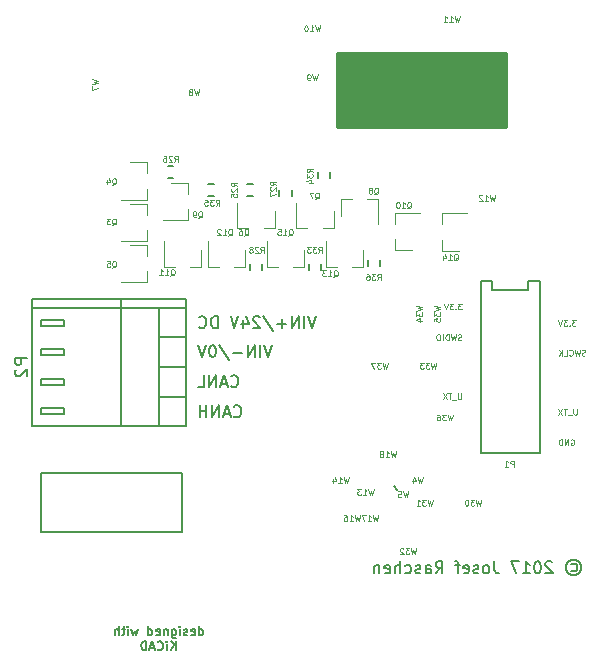
<source format=gbr>
G04 #@! TF.GenerationSoftware,KiCad,Pcbnew,no-vcs-found-7433~57~ubuntu16.10.1*
G04 #@! TF.CreationDate,2017-01-11T21:44:38+01:00*
G04 #@! TF.ProjectId,can-node,63616E2D6E6F64652E6B696361645F70,rev?*
G04 #@! TF.FileFunction,Legend,Bot*
G04 #@! TF.FilePolarity,Positive*
%FSLAX46Y46*%
G04 Gerber Fmt 4.6, Leading zero omitted, Abs format (unit mm)*
G04 Created by KiCad (PCBNEW no-vcs-found-7433~57~ubuntu16.10.1) date Wed Jan 11 21:44:38 2017*
%MOMM*%
%LPD*%
G01*
G04 APERTURE LIST*
%ADD10C,0.100000*%
%ADD11C,0.200000*%
%ADD12C,0.150000*%
%ADD13C,0.120000*%
%ADD14C,0.254000*%
G04 APERTURE END LIST*
D10*
X158615952Y-97226190D02*
X158615952Y-97630952D01*
X158592142Y-97678571D01*
X158568333Y-97702380D01*
X158520714Y-97726190D01*
X158425476Y-97726190D01*
X158377857Y-97702380D01*
X158354047Y-97678571D01*
X158330238Y-97630952D01*
X158330238Y-97226190D01*
X158211190Y-97773809D02*
X157830238Y-97773809D01*
X157782619Y-97226190D02*
X157496904Y-97226190D01*
X157639761Y-97726190D02*
X157639761Y-97226190D01*
X157377857Y-97226190D02*
X157044523Y-97726190D01*
X157044523Y-97226190D02*
X157377857Y-97726190D01*
D11*
X135000000Y-104000000D02*
X123000000Y-104000000D01*
X123000000Y-109000000D02*
X135000000Y-109000000D01*
X123000000Y-104000000D02*
X123000000Y-109000000D01*
X135000000Y-108900000D02*
X135000000Y-104000000D01*
X153200000Y-105400000D02*
X152900000Y-105100000D01*
D10*
X158639761Y-92702380D02*
X158568333Y-92726190D01*
X158449285Y-92726190D01*
X158401666Y-92702380D01*
X158377857Y-92678571D01*
X158354047Y-92630952D01*
X158354047Y-92583333D01*
X158377857Y-92535714D01*
X158401666Y-92511904D01*
X158449285Y-92488095D01*
X158544523Y-92464285D01*
X158592142Y-92440476D01*
X158615952Y-92416666D01*
X158639761Y-92369047D01*
X158639761Y-92321428D01*
X158615952Y-92273809D01*
X158592142Y-92250000D01*
X158544523Y-92226190D01*
X158425476Y-92226190D01*
X158354047Y-92250000D01*
X158187380Y-92226190D02*
X158068333Y-92726190D01*
X157973095Y-92369047D01*
X157877857Y-92726190D01*
X157758809Y-92226190D01*
X157568333Y-92726190D02*
X157568333Y-92226190D01*
X157449285Y-92226190D01*
X157377857Y-92250000D01*
X157330238Y-92297619D01*
X157306428Y-92345238D01*
X157282619Y-92440476D01*
X157282619Y-92511904D01*
X157306428Y-92607142D01*
X157330238Y-92654761D01*
X157377857Y-92702380D01*
X157449285Y-92726190D01*
X157568333Y-92726190D01*
X157068333Y-92726190D02*
X157068333Y-92226190D01*
X156735000Y-92226190D02*
X156639761Y-92226190D01*
X156592142Y-92250000D01*
X156544523Y-92297619D01*
X156520714Y-92392857D01*
X156520714Y-92559523D01*
X156544523Y-92654761D01*
X156592142Y-92702380D01*
X156639761Y-92726190D01*
X156735000Y-92726190D01*
X156782619Y-92702380D01*
X156830238Y-92654761D01*
X156854047Y-92559523D01*
X156854047Y-92392857D01*
X156830238Y-92297619D01*
X156782619Y-92250000D01*
X156735000Y-92226190D01*
X158663571Y-89626190D02*
X158354047Y-89626190D01*
X158520714Y-89816666D01*
X158449285Y-89816666D01*
X158401666Y-89840476D01*
X158377857Y-89864285D01*
X158354047Y-89911904D01*
X158354047Y-90030952D01*
X158377857Y-90078571D01*
X158401666Y-90102380D01*
X158449285Y-90126190D01*
X158592142Y-90126190D01*
X158639761Y-90102380D01*
X158663571Y-90078571D01*
X158139761Y-90078571D02*
X158115952Y-90102380D01*
X158139761Y-90126190D01*
X158163571Y-90102380D01*
X158139761Y-90078571D01*
X158139761Y-90126190D01*
X157949285Y-89626190D02*
X157639761Y-89626190D01*
X157806428Y-89816666D01*
X157735000Y-89816666D01*
X157687380Y-89840476D01*
X157663571Y-89864285D01*
X157639761Y-89911904D01*
X157639761Y-90030952D01*
X157663571Y-90078571D01*
X157687380Y-90102380D01*
X157735000Y-90126190D01*
X157877857Y-90126190D01*
X157925476Y-90102380D01*
X157949285Y-90078571D01*
X157496904Y-89626190D02*
X157330238Y-90126190D01*
X157163571Y-89626190D01*
X167907857Y-101150000D02*
X167955476Y-101126190D01*
X168026904Y-101126190D01*
X168098333Y-101150000D01*
X168145952Y-101197619D01*
X168169761Y-101245238D01*
X168193571Y-101340476D01*
X168193571Y-101411904D01*
X168169761Y-101507142D01*
X168145952Y-101554761D01*
X168098333Y-101602380D01*
X168026904Y-101626190D01*
X167979285Y-101626190D01*
X167907857Y-101602380D01*
X167884047Y-101578571D01*
X167884047Y-101411904D01*
X167979285Y-101411904D01*
X167669761Y-101626190D02*
X167669761Y-101126190D01*
X167384047Y-101626190D01*
X167384047Y-101126190D01*
X167145952Y-101626190D02*
X167145952Y-101126190D01*
X167026904Y-101126190D01*
X166955476Y-101150000D01*
X166907857Y-101197619D01*
X166884047Y-101245238D01*
X166860238Y-101340476D01*
X166860238Y-101411904D01*
X166884047Y-101507142D01*
X166907857Y-101554761D01*
X166955476Y-101602380D01*
X167026904Y-101626190D01*
X167145952Y-101626190D01*
X168407857Y-98526190D02*
X168407857Y-98930952D01*
X168384047Y-98978571D01*
X168360238Y-99002380D01*
X168312619Y-99026190D01*
X168217380Y-99026190D01*
X168169761Y-99002380D01*
X168145952Y-98978571D01*
X168122142Y-98930952D01*
X168122142Y-98526190D01*
X168003095Y-99073809D02*
X167622142Y-99073809D01*
X167574523Y-98526190D02*
X167288809Y-98526190D01*
X167431666Y-99026190D02*
X167431666Y-98526190D01*
X167169761Y-98526190D02*
X166836428Y-99026190D01*
X166836428Y-98526190D02*
X167169761Y-99026190D01*
X169122142Y-94002380D02*
X169050714Y-94026190D01*
X168931666Y-94026190D01*
X168884047Y-94002380D01*
X168860238Y-93978571D01*
X168836428Y-93930952D01*
X168836428Y-93883333D01*
X168860238Y-93835714D01*
X168884047Y-93811904D01*
X168931666Y-93788095D01*
X169026904Y-93764285D01*
X169074523Y-93740476D01*
X169098333Y-93716666D01*
X169122142Y-93669047D01*
X169122142Y-93621428D01*
X169098333Y-93573809D01*
X169074523Y-93550000D01*
X169026904Y-93526190D01*
X168907857Y-93526190D01*
X168836428Y-93550000D01*
X168669761Y-93526190D02*
X168550714Y-94026190D01*
X168455476Y-93669047D01*
X168360238Y-94026190D01*
X168241190Y-93526190D01*
X167765000Y-93978571D02*
X167788809Y-94002380D01*
X167860238Y-94026190D01*
X167907857Y-94026190D01*
X167979285Y-94002380D01*
X168026904Y-93954761D01*
X168050714Y-93907142D01*
X168074523Y-93811904D01*
X168074523Y-93740476D01*
X168050714Y-93645238D01*
X168026904Y-93597619D01*
X167979285Y-93550000D01*
X167907857Y-93526190D01*
X167860238Y-93526190D01*
X167788809Y-93550000D01*
X167765000Y-93573809D01*
X167312619Y-94026190D02*
X167550714Y-94026190D01*
X167550714Y-93526190D01*
X167145952Y-94026190D02*
X167145952Y-93526190D01*
X166860238Y-94026190D02*
X167074523Y-93740476D01*
X166860238Y-93526190D02*
X167145952Y-93811904D01*
X168312619Y-91026190D02*
X168003095Y-91026190D01*
X168169761Y-91216666D01*
X168098333Y-91216666D01*
X168050714Y-91240476D01*
X168026904Y-91264285D01*
X168003095Y-91311904D01*
X168003095Y-91430952D01*
X168026904Y-91478571D01*
X168050714Y-91502380D01*
X168098333Y-91526190D01*
X168241190Y-91526190D01*
X168288809Y-91502380D01*
X168312619Y-91478571D01*
X167788809Y-91478571D02*
X167765000Y-91502380D01*
X167788809Y-91526190D01*
X167812619Y-91502380D01*
X167788809Y-91478571D01*
X167788809Y-91526190D01*
X167598333Y-91026190D02*
X167288809Y-91026190D01*
X167455476Y-91216666D01*
X167384047Y-91216666D01*
X167336428Y-91240476D01*
X167312619Y-91264285D01*
X167288809Y-91311904D01*
X167288809Y-91430952D01*
X167312619Y-91478571D01*
X167336428Y-91502380D01*
X167384047Y-91526190D01*
X167526904Y-91526190D01*
X167574523Y-91502380D01*
X167598333Y-91478571D01*
X167145952Y-91026190D02*
X166979285Y-91526190D01*
X166812619Y-91026190D01*
D12*
X136392857Y-117701785D02*
X136392857Y-116951785D01*
X136392857Y-117666071D02*
X136464285Y-117701785D01*
X136607142Y-117701785D01*
X136678571Y-117666071D01*
X136714285Y-117630357D01*
X136750000Y-117558928D01*
X136750000Y-117344642D01*
X136714285Y-117273214D01*
X136678571Y-117237500D01*
X136607142Y-117201785D01*
X136464285Y-117201785D01*
X136392857Y-117237500D01*
X135750000Y-117666071D02*
X135821428Y-117701785D01*
X135964285Y-117701785D01*
X136035714Y-117666071D01*
X136071428Y-117594642D01*
X136071428Y-117308928D01*
X136035714Y-117237500D01*
X135964285Y-117201785D01*
X135821428Y-117201785D01*
X135750000Y-117237500D01*
X135714285Y-117308928D01*
X135714285Y-117380357D01*
X136071428Y-117451785D01*
X135428571Y-117666071D02*
X135357142Y-117701785D01*
X135214285Y-117701785D01*
X135142857Y-117666071D01*
X135107142Y-117594642D01*
X135107142Y-117558928D01*
X135142857Y-117487500D01*
X135214285Y-117451785D01*
X135321428Y-117451785D01*
X135392857Y-117416071D01*
X135428571Y-117344642D01*
X135428571Y-117308928D01*
X135392857Y-117237500D01*
X135321428Y-117201785D01*
X135214285Y-117201785D01*
X135142857Y-117237500D01*
X134785714Y-117701785D02*
X134785714Y-117201785D01*
X134785714Y-116951785D02*
X134821428Y-116987500D01*
X134785714Y-117023214D01*
X134750000Y-116987500D01*
X134785714Y-116951785D01*
X134785714Y-117023214D01*
X134107142Y-117201785D02*
X134107142Y-117808928D01*
X134142857Y-117880357D01*
X134178571Y-117916071D01*
X134250000Y-117951785D01*
X134357142Y-117951785D01*
X134428571Y-117916071D01*
X134107142Y-117666071D02*
X134178571Y-117701785D01*
X134321428Y-117701785D01*
X134392857Y-117666071D01*
X134428571Y-117630357D01*
X134464285Y-117558928D01*
X134464285Y-117344642D01*
X134428571Y-117273214D01*
X134392857Y-117237500D01*
X134321428Y-117201785D01*
X134178571Y-117201785D01*
X134107142Y-117237500D01*
X133750000Y-117201785D02*
X133750000Y-117701785D01*
X133750000Y-117273214D02*
X133714285Y-117237500D01*
X133642857Y-117201785D01*
X133535714Y-117201785D01*
X133464285Y-117237500D01*
X133428571Y-117308928D01*
X133428571Y-117701785D01*
X132785714Y-117666071D02*
X132857142Y-117701785D01*
X133000000Y-117701785D01*
X133071428Y-117666071D01*
X133107142Y-117594642D01*
X133107142Y-117308928D01*
X133071428Y-117237500D01*
X133000000Y-117201785D01*
X132857142Y-117201785D01*
X132785714Y-117237500D01*
X132750000Y-117308928D01*
X132750000Y-117380357D01*
X133107142Y-117451785D01*
X132107142Y-117701785D02*
X132107142Y-116951785D01*
X132107142Y-117666071D02*
X132178571Y-117701785D01*
X132321428Y-117701785D01*
X132392857Y-117666071D01*
X132428571Y-117630357D01*
X132464285Y-117558928D01*
X132464285Y-117344642D01*
X132428571Y-117273214D01*
X132392857Y-117237500D01*
X132321428Y-117201785D01*
X132178571Y-117201785D01*
X132107142Y-117237500D01*
X131250000Y-117201785D02*
X131107142Y-117701785D01*
X130964285Y-117344642D01*
X130821428Y-117701785D01*
X130678571Y-117201785D01*
X130392857Y-117701785D02*
X130392857Y-117201785D01*
X130392857Y-116951785D02*
X130428571Y-116987500D01*
X130392857Y-117023214D01*
X130357142Y-116987500D01*
X130392857Y-116951785D01*
X130392857Y-117023214D01*
X130142857Y-117201785D02*
X129857142Y-117201785D01*
X130035714Y-116951785D02*
X130035714Y-117594642D01*
X130000000Y-117666071D01*
X129928571Y-117701785D01*
X129857142Y-117701785D01*
X129607142Y-117701785D02*
X129607142Y-116951785D01*
X129285714Y-117701785D02*
X129285714Y-117308928D01*
X129321428Y-117237500D01*
X129392857Y-117201785D01*
X129500000Y-117201785D01*
X129571428Y-117237500D01*
X129607142Y-117273214D01*
X134446428Y-118976785D02*
X134446428Y-118226785D01*
X134017857Y-118976785D02*
X134339285Y-118548214D01*
X134017857Y-118226785D02*
X134446428Y-118655357D01*
X133696428Y-118976785D02*
X133696428Y-118476785D01*
X133696428Y-118226785D02*
X133732142Y-118262500D01*
X133696428Y-118298214D01*
X133660714Y-118262500D01*
X133696428Y-118226785D01*
X133696428Y-118298214D01*
X132910714Y-118905357D02*
X132946428Y-118941071D01*
X133053571Y-118976785D01*
X133125000Y-118976785D01*
X133232142Y-118941071D01*
X133303571Y-118869642D01*
X133339285Y-118798214D01*
X133375000Y-118655357D01*
X133375000Y-118548214D01*
X133339285Y-118405357D01*
X133303571Y-118333928D01*
X133232142Y-118262500D01*
X133125000Y-118226785D01*
X133053571Y-118226785D01*
X132946428Y-118262500D01*
X132910714Y-118298214D01*
X132625000Y-118762500D02*
X132267857Y-118762500D01*
X132696428Y-118976785D02*
X132446428Y-118226785D01*
X132196428Y-118976785D01*
X131946428Y-118976785D02*
X131946428Y-118226785D01*
X131767857Y-118226785D01*
X131660714Y-118262500D01*
X131589285Y-118333928D01*
X131553571Y-118405357D01*
X131517857Y-118548214D01*
X131517857Y-118655357D01*
X131553571Y-118798214D01*
X131589285Y-118869642D01*
X131660714Y-118941071D01*
X131767857Y-118976785D01*
X131946428Y-118976785D01*
D11*
X146325238Y-90702380D02*
X145991904Y-91702380D01*
X145658571Y-90702380D01*
X145325238Y-91702380D02*
X145325238Y-90702380D01*
X144849047Y-91702380D02*
X144849047Y-90702380D01*
X144277619Y-91702380D01*
X144277619Y-90702380D01*
X143801428Y-91321428D02*
X143039523Y-91321428D01*
X143420476Y-91702380D02*
X143420476Y-90940476D01*
X141849047Y-90654761D02*
X142706190Y-91940476D01*
X141563333Y-90797619D02*
X141515714Y-90750000D01*
X141420476Y-90702380D01*
X141182380Y-90702380D01*
X141087142Y-90750000D01*
X141039523Y-90797619D01*
X140991904Y-90892857D01*
X140991904Y-90988095D01*
X141039523Y-91130952D01*
X141610952Y-91702380D01*
X140991904Y-91702380D01*
X140134761Y-91035714D02*
X140134761Y-91702380D01*
X140372857Y-90654761D02*
X140610952Y-91369047D01*
X139991904Y-91369047D01*
X139753809Y-90702380D02*
X139420476Y-91702380D01*
X139087142Y-90702380D01*
X137991904Y-91702380D02*
X137991904Y-90702380D01*
X137753809Y-90702380D01*
X137610952Y-90750000D01*
X137515714Y-90845238D01*
X137468095Y-90940476D01*
X137420476Y-91130952D01*
X137420476Y-91273809D01*
X137468095Y-91464285D01*
X137515714Y-91559523D01*
X137610952Y-91654761D01*
X137753809Y-91702380D01*
X137991904Y-91702380D01*
X136420476Y-91607142D02*
X136468095Y-91654761D01*
X136610952Y-91702380D01*
X136706190Y-91702380D01*
X136849047Y-91654761D01*
X136944285Y-91559523D01*
X136991904Y-91464285D01*
X137039523Y-91273809D01*
X137039523Y-91130952D01*
X136991904Y-90940476D01*
X136944285Y-90845238D01*
X136849047Y-90750000D01*
X136706190Y-90702380D01*
X136610952Y-90702380D01*
X136468095Y-90750000D01*
X136420476Y-90797619D01*
X142610952Y-93152380D02*
X142277619Y-94152380D01*
X141944285Y-93152380D01*
X141610952Y-94152380D02*
X141610952Y-93152380D01*
X141134761Y-94152380D02*
X141134761Y-93152380D01*
X140563333Y-94152380D01*
X140563333Y-93152380D01*
X140087142Y-93771428D02*
X139325238Y-93771428D01*
X138134761Y-93104761D02*
X138991904Y-94390476D01*
X137610952Y-93152380D02*
X137515714Y-93152380D01*
X137420476Y-93200000D01*
X137372857Y-93247619D01*
X137325238Y-93342857D01*
X137277619Y-93533333D01*
X137277619Y-93771428D01*
X137325238Y-93961904D01*
X137372857Y-94057142D01*
X137420476Y-94104761D01*
X137515714Y-94152380D01*
X137610952Y-94152380D01*
X137706190Y-94104761D01*
X137753809Y-94057142D01*
X137801428Y-93961904D01*
X137849047Y-93771428D01*
X137849047Y-93533333D01*
X137801428Y-93342857D01*
X137753809Y-93247619D01*
X137706190Y-93200000D01*
X137610952Y-93152380D01*
X136991904Y-93152380D02*
X136658571Y-94152380D01*
X136325238Y-93152380D01*
X139134761Y-96607142D02*
X139182380Y-96654761D01*
X139325238Y-96702380D01*
X139420476Y-96702380D01*
X139563333Y-96654761D01*
X139658571Y-96559523D01*
X139706190Y-96464285D01*
X139753809Y-96273809D01*
X139753809Y-96130952D01*
X139706190Y-95940476D01*
X139658571Y-95845238D01*
X139563333Y-95750000D01*
X139420476Y-95702380D01*
X139325238Y-95702380D01*
X139182380Y-95750000D01*
X139134761Y-95797619D01*
X138753809Y-96416666D02*
X138277619Y-96416666D01*
X138849047Y-96702380D02*
X138515714Y-95702380D01*
X138182380Y-96702380D01*
X137849047Y-96702380D02*
X137849047Y-95702380D01*
X137277619Y-96702380D01*
X137277619Y-95702380D01*
X136325238Y-96702380D02*
X136801428Y-96702380D01*
X136801428Y-95702380D01*
X139372857Y-99157142D02*
X139420476Y-99204761D01*
X139563333Y-99252380D01*
X139658571Y-99252380D01*
X139801428Y-99204761D01*
X139896666Y-99109523D01*
X139944285Y-99014285D01*
X139991904Y-98823809D01*
X139991904Y-98680952D01*
X139944285Y-98490476D01*
X139896666Y-98395238D01*
X139801428Y-98300000D01*
X139658571Y-98252380D01*
X139563333Y-98252380D01*
X139420476Y-98300000D01*
X139372857Y-98347619D01*
X138991904Y-98966666D02*
X138515714Y-98966666D01*
X139087142Y-99252380D02*
X138753809Y-98252380D01*
X138420476Y-99252380D01*
X138087142Y-99252380D02*
X138087142Y-98252380D01*
X137515714Y-99252380D01*
X137515714Y-98252380D01*
X137039523Y-99252380D02*
X137039523Y-98252380D01*
X137039523Y-98728571D02*
X136468095Y-98728571D01*
X136468095Y-99252380D02*
X136468095Y-98252380D01*
X167928571Y-111690476D02*
X168023809Y-111642857D01*
X168214285Y-111642857D01*
X168309523Y-111690476D01*
X168404761Y-111785714D01*
X168452380Y-111880952D01*
X168452380Y-112071428D01*
X168404761Y-112166666D01*
X168309523Y-112261904D01*
X168214285Y-112309523D01*
X168023809Y-112309523D01*
X167928571Y-112261904D01*
X168119047Y-111309523D02*
X168357142Y-111357142D01*
X168595238Y-111500000D01*
X168738095Y-111738095D01*
X168785714Y-111976190D01*
X168738095Y-112214285D01*
X168595238Y-112452380D01*
X168357142Y-112595238D01*
X168119047Y-112642857D01*
X167880952Y-112595238D01*
X167642857Y-112452380D01*
X167500000Y-112214285D01*
X167452380Y-111976190D01*
X167500000Y-111738095D01*
X167642857Y-111500000D01*
X167880952Y-111357142D01*
X168119047Y-111309523D01*
X166309523Y-111547619D02*
X166261904Y-111500000D01*
X166166666Y-111452380D01*
X165928571Y-111452380D01*
X165833333Y-111500000D01*
X165785714Y-111547619D01*
X165738095Y-111642857D01*
X165738095Y-111738095D01*
X165785714Y-111880952D01*
X166357142Y-112452380D01*
X165738095Y-112452380D01*
X165119047Y-111452380D02*
X165023809Y-111452380D01*
X164928571Y-111500000D01*
X164880952Y-111547619D01*
X164833333Y-111642857D01*
X164785714Y-111833333D01*
X164785714Y-112071428D01*
X164833333Y-112261904D01*
X164880952Y-112357142D01*
X164928571Y-112404761D01*
X165023809Y-112452380D01*
X165119047Y-112452380D01*
X165214285Y-112404761D01*
X165261904Y-112357142D01*
X165309523Y-112261904D01*
X165357142Y-112071428D01*
X165357142Y-111833333D01*
X165309523Y-111642857D01*
X165261904Y-111547619D01*
X165214285Y-111500000D01*
X165119047Y-111452380D01*
X163833333Y-112452380D02*
X164404761Y-112452380D01*
X164119047Y-112452380D02*
X164119047Y-111452380D01*
X164214285Y-111595238D01*
X164309523Y-111690476D01*
X164404761Y-111738095D01*
X163500000Y-111452380D02*
X162833333Y-111452380D01*
X163261904Y-112452380D01*
X161404761Y-111452380D02*
X161404761Y-112166666D01*
X161452380Y-112309523D01*
X161547619Y-112404761D01*
X161690476Y-112452380D01*
X161785714Y-112452380D01*
X160785714Y-112452380D02*
X160880952Y-112404761D01*
X160928571Y-112357142D01*
X160976190Y-112261904D01*
X160976190Y-111976190D01*
X160928571Y-111880952D01*
X160880952Y-111833333D01*
X160785714Y-111785714D01*
X160642857Y-111785714D01*
X160547619Y-111833333D01*
X160500000Y-111880952D01*
X160452380Y-111976190D01*
X160452380Y-112261904D01*
X160500000Y-112357142D01*
X160547619Y-112404761D01*
X160642857Y-112452380D01*
X160785714Y-112452380D01*
X160071428Y-112404761D02*
X159976190Y-112452380D01*
X159785714Y-112452380D01*
X159690476Y-112404761D01*
X159642857Y-112309523D01*
X159642857Y-112261904D01*
X159690476Y-112166666D01*
X159785714Y-112119047D01*
X159928571Y-112119047D01*
X160023809Y-112071428D01*
X160071428Y-111976190D01*
X160071428Y-111928571D01*
X160023809Y-111833333D01*
X159928571Y-111785714D01*
X159785714Y-111785714D01*
X159690476Y-111833333D01*
X158833333Y-112404761D02*
X158928571Y-112452380D01*
X159119047Y-112452380D01*
X159214285Y-112404761D01*
X159261904Y-112309523D01*
X159261904Y-111928571D01*
X159214285Y-111833333D01*
X159119047Y-111785714D01*
X158928571Y-111785714D01*
X158833333Y-111833333D01*
X158785714Y-111928571D01*
X158785714Y-112023809D01*
X159261904Y-112119047D01*
X158500000Y-111785714D02*
X158119047Y-111785714D01*
X158357142Y-112452380D02*
X158357142Y-111595238D01*
X158309523Y-111500000D01*
X158214285Y-111452380D01*
X158119047Y-111452380D01*
X156452380Y-112452380D02*
X156785714Y-111976190D01*
X157023809Y-112452380D02*
X157023809Y-111452380D01*
X156642857Y-111452380D01*
X156547619Y-111500000D01*
X156500000Y-111547619D01*
X156452380Y-111642857D01*
X156452380Y-111785714D01*
X156500000Y-111880952D01*
X156547619Y-111928571D01*
X156642857Y-111976190D01*
X157023809Y-111976190D01*
X155595238Y-112452380D02*
X155595238Y-111928571D01*
X155642857Y-111833333D01*
X155738095Y-111785714D01*
X155928571Y-111785714D01*
X156023809Y-111833333D01*
X155595238Y-112404761D02*
X155690476Y-112452380D01*
X155928571Y-112452380D01*
X156023809Y-112404761D01*
X156071428Y-112309523D01*
X156071428Y-112214285D01*
X156023809Y-112119047D01*
X155928571Y-112071428D01*
X155690476Y-112071428D01*
X155595238Y-112023809D01*
X155166666Y-112404761D02*
X155071428Y-112452380D01*
X154880952Y-112452380D01*
X154785714Y-112404761D01*
X154738095Y-112309523D01*
X154738095Y-112261904D01*
X154785714Y-112166666D01*
X154880952Y-112119047D01*
X155023809Y-112119047D01*
X155119047Y-112071428D01*
X155166666Y-111976190D01*
X155166666Y-111928571D01*
X155119047Y-111833333D01*
X155023809Y-111785714D01*
X154880952Y-111785714D01*
X154785714Y-111833333D01*
X153880952Y-112404761D02*
X153976190Y-112452380D01*
X154166666Y-112452380D01*
X154261904Y-112404761D01*
X154309523Y-112357142D01*
X154357142Y-112261904D01*
X154357142Y-111976190D01*
X154309523Y-111880952D01*
X154261904Y-111833333D01*
X154166666Y-111785714D01*
X153976190Y-111785714D01*
X153880952Y-111833333D01*
X153452380Y-112452380D02*
X153452380Y-111452380D01*
X153023809Y-112452380D02*
X153023809Y-111928571D01*
X153071428Y-111833333D01*
X153166666Y-111785714D01*
X153309523Y-111785714D01*
X153404761Y-111833333D01*
X153452380Y-111880952D01*
X152166666Y-112404761D02*
X152261904Y-112452380D01*
X152452380Y-112452380D01*
X152547619Y-112404761D01*
X152595238Y-112309523D01*
X152595238Y-111928571D01*
X152547619Y-111833333D01*
X152452380Y-111785714D01*
X152261904Y-111785714D01*
X152166666Y-111833333D01*
X152119047Y-111928571D01*
X152119047Y-112023809D01*
X152595238Y-112119047D01*
X151690476Y-111785714D02*
X151690476Y-112452380D01*
X151690476Y-111880952D02*
X151642857Y-111833333D01*
X151547619Y-111785714D01*
X151404761Y-111785714D01*
X151309523Y-111833333D01*
X151261904Y-111928571D01*
X151261904Y-112452380D01*
D12*
X164250000Y-88500000D02*
X164250000Y-87690000D01*
X161250000Y-88500000D02*
X164250000Y-88500000D01*
X161250000Y-87690000D02*
X161250000Y-88500000D01*
X165250000Y-102310000D02*
X160250000Y-102310000D01*
X165250000Y-87690000D02*
X165250000Y-102310000D01*
X160250000Y-87690000D02*
X161250000Y-87690000D01*
X160250000Y-102310000D02*
X160250000Y-87690000D01*
X164250000Y-87690000D02*
X165250000Y-87690000D01*
D13*
X132010000Y-81170000D02*
X132010000Y-82100000D01*
X132010000Y-84330000D02*
X132010000Y-83400000D01*
X132010000Y-84330000D02*
X129850000Y-84330000D01*
X132010000Y-81170000D02*
X130550000Y-81170000D01*
X132010000Y-77670000D02*
X130550000Y-77670000D01*
X132010000Y-80830000D02*
X129850000Y-80830000D01*
X132010000Y-80830000D02*
X132010000Y-79900000D01*
X132010000Y-77670000D02*
X132010000Y-78600000D01*
X132010000Y-84670000D02*
X132010000Y-85600000D01*
X132010000Y-87830000D02*
X132010000Y-86900000D01*
X132010000Y-87830000D02*
X129850000Y-87830000D01*
X132010000Y-84670000D02*
X130550000Y-84670000D01*
X142830000Y-83260000D02*
X142830000Y-81800000D01*
X139670000Y-83260000D02*
X139670000Y-81100000D01*
X139670000Y-83260000D02*
X140600000Y-83260000D01*
X142830000Y-83260000D02*
X141900000Y-83260000D01*
X147830000Y-83260000D02*
X146900000Y-83260000D01*
X144670000Y-83260000D02*
X145600000Y-83260000D01*
X144670000Y-83260000D02*
X144670000Y-81100000D01*
X147830000Y-83260000D02*
X147830000Y-81800000D01*
X148420000Y-80740000D02*
X148420000Y-82200000D01*
X151580000Y-80740000D02*
X151580000Y-82900000D01*
X151580000Y-80740000D02*
X150650000Y-80740000D01*
X148420000Y-80740000D02*
X149350000Y-80740000D01*
X135510000Y-79420000D02*
X135510000Y-80350000D01*
X135510000Y-82580000D02*
X135510000Y-81650000D01*
X135510000Y-82580000D02*
X133350000Y-82580000D01*
X135510000Y-79420000D02*
X134050000Y-79420000D01*
X152990000Y-85080000D02*
X154450000Y-85080000D01*
X152990000Y-81920000D02*
X155150000Y-81920000D01*
X152990000Y-81920000D02*
X152990000Y-82850000D01*
X152990000Y-85080000D02*
X152990000Y-84150000D01*
X136580000Y-86510000D02*
X135650000Y-86510000D01*
X133420000Y-86510000D02*
X134350000Y-86510000D01*
X133420000Y-86510000D02*
X133420000Y-84350000D01*
X136580000Y-86510000D02*
X136580000Y-85050000D01*
X140330000Y-86510000D02*
X140330000Y-85050000D01*
X137170000Y-86510000D02*
X137170000Y-84350000D01*
X137170000Y-86510000D02*
X138100000Y-86510000D01*
X140330000Y-86510000D02*
X139400000Y-86510000D01*
X150330000Y-86510000D02*
X150330000Y-85050000D01*
X147170000Y-86510000D02*
X147170000Y-84350000D01*
X147170000Y-86510000D02*
X148100000Y-86510000D01*
X150330000Y-86510000D02*
X149400000Y-86510000D01*
X156974000Y-85146000D02*
X158434000Y-85146000D01*
X156974000Y-81986000D02*
X159134000Y-81986000D01*
X156974000Y-81986000D02*
X156974000Y-82916000D01*
X156974000Y-85146000D02*
X156974000Y-84216000D01*
X145330000Y-86510000D02*
X144400000Y-86510000D01*
X142170000Y-86510000D02*
X143100000Y-86510000D01*
X142170000Y-86510000D02*
X142170000Y-84350000D01*
X145330000Y-86510000D02*
X145330000Y-85050000D01*
D12*
X140500000Y-79475000D02*
X141000000Y-79475000D01*
X141000000Y-80525000D02*
X140500000Y-80525000D01*
X134250000Y-79025000D02*
X133750000Y-79025000D01*
X133750000Y-77975000D02*
X134250000Y-77975000D01*
X143225000Y-80550000D02*
X143225000Y-80050000D01*
X144275000Y-80050000D02*
X144275000Y-80550000D01*
X140725000Y-86750000D02*
X140725000Y-86250000D01*
X141775000Y-86250000D02*
X141775000Y-86750000D01*
X145725000Y-86750000D02*
X145725000Y-86250000D01*
X146775000Y-86250000D02*
X146775000Y-86750000D01*
X146475000Y-79000000D02*
X146475000Y-78500000D01*
X147525000Y-78500000D02*
X147525000Y-79000000D01*
X137700000Y-80525000D02*
X137200000Y-80525000D01*
X137200000Y-79475000D02*
X137700000Y-79475000D01*
X151775000Y-85950000D02*
X151775000Y-86450000D01*
X150725000Y-86450000D02*
X150725000Y-85950000D01*
X122300000Y-89200000D02*
X135300000Y-89200000D01*
X122300000Y-90000000D02*
X122300000Y-89200000D01*
X129800000Y-89200000D02*
X129800000Y-100000000D01*
X133000000Y-90000000D02*
X133000000Y-100000000D01*
X133000000Y-100000000D02*
X135300000Y-100000000D01*
X133000000Y-97500000D02*
X135300000Y-97500000D01*
X133000000Y-95000000D02*
X135300000Y-95000000D01*
X133000000Y-92500000D02*
X135300000Y-92500000D01*
X135300000Y-90000000D02*
X133000000Y-90000000D01*
X122300000Y-90000000D02*
X122300000Y-100000000D01*
X135300000Y-90000000D02*
X122300000Y-90000000D01*
X135300000Y-100000000D02*
X135300000Y-89200000D01*
X122300000Y-100000000D02*
X135300000Y-100000000D01*
X125000000Y-91500000D02*
X125000000Y-91000000D01*
X125000000Y-91000000D02*
X123000000Y-91000000D01*
X123000000Y-91500000D02*
X125000000Y-91500000D01*
X123000000Y-91000000D02*
X123000000Y-91500000D01*
X123000000Y-93500000D02*
X123000000Y-94000000D01*
X125000000Y-94000000D02*
X125000000Y-93500000D01*
X123000000Y-94000000D02*
X125000000Y-94000000D01*
X125000000Y-93500000D02*
X123000000Y-93500000D01*
X123000000Y-96500000D02*
X125000000Y-96500000D01*
X125000000Y-96500000D02*
X125000000Y-96000000D01*
X125000000Y-96000000D02*
X123000000Y-96000000D01*
X123000000Y-96000000D02*
X123000000Y-96500000D01*
X123000000Y-98500000D02*
X123000000Y-99000000D01*
X125000000Y-99000000D02*
X125000000Y-98500000D01*
X123000000Y-99000000D02*
X125000000Y-99000000D01*
X125000000Y-98500000D02*
X123000000Y-98500000D01*
D10*
X163069047Y-103426190D02*
X163069047Y-102926190D01*
X162878571Y-102926190D01*
X162830952Y-102950000D01*
X162807142Y-102973809D01*
X162783333Y-103021428D01*
X162783333Y-103092857D01*
X162807142Y-103140476D01*
X162830952Y-103164285D01*
X162878571Y-103188095D01*
X163069047Y-103188095D01*
X162307142Y-103426190D02*
X162592857Y-103426190D01*
X162450000Y-103426190D02*
X162450000Y-102926190D01*
X162497619Y-102997619D01*
X162545238Y-103045238D01*
X162592857Y-103069047D01*
X127376190Y-70647619D02*
X127876190Y-70766666D01*
X127519047Y-70861904D01*
X127876190Y-70957142D01*
X127376190Y-71076190D01*
X127376190Y-71219047D02*
X127376190Y-71552380D01*
X127876190Y-71338095D01*
X136452380Y-71476190D02*
X136333333Y-71976190D01*
X136238095Y-71619047D01*
X136142857Y-71976190D01*
X136023809Y-71476190D01*
X135761904Y-71690476D02*
X135809523Y-71666666D01*
X135833333Y-71642857D01*
X135857142Y-71595238D01*
X135857142Y-71571428D01*
X135833333Y-71523809D01*
X135809523Y-71500000D01*
X135761904Y-71476190D01*
X135666666Y-71476190D01*
X135619047Y-71500000D01*
X135595238Y-71523809D01*
X135571428Y-71571428D01*
X135571428Y-71595238D01*
X135595238Y-71642857D01*
X135619047Y-71666666D01*
X135666666Y-71690476D01*
X135761904Y-71690476D01*
X135809523Y-71714285D01*
X135833333Y-71738095D01*
X135857142Y-71785714D01*
X135857142Y-71880952D01*
X135833333Y-71928571D01*
X135809523Y-71952380D01*
X135761904Y-71976190D01*
X135666666Y-71976190D01*
X135619047Y-71952380D01*
X135595238Y-71928571D01*
X135571428Y-71880952D01*
X135571428Y-71785714D01*
X135595238Y-71738095D01*
X135619047Y-71714285D01*
X135666666Y-71690476D01*
X158490476Y-65276190D02*
X158371428Y-65776190D01*
X158276190Y-65419047D01*
X158180952Y-65776190D01*
X158061904Y-65276190D01*
X157609523Y-65776190D02*
X157895238Y-65776190D01*
X157752380Y-65776190D02*
X157752380Y-65276190D01*
X157800000Y-65347619D01*
X157847619Y-65395238D01*
X157895238Y-65419047D01*
X157133333Y-65776190D02*
X157419047Y-65776190D01*
X157276190Y-65776190D02*
X157276190Y-65276190D01*
X157323809Y-65347619D01*
X157371428Y-65395238D01*
X157419047Y-65419047D01*
X146690476Y-66076190D02*
X146571428Y-66576190D01*
X146476190Y-66219047D01*
X146380952Y-66576190D01*
X146261904Y-66076190D01*
X145809523Y-66576190D02*
X146095238Y-66576190D01*
X145952380Y-66576190D02*
X145952380Y-66076190D01*
X146000000Y-66147619D01*
X146047619Y-66195238D01*
X146095238Y-66219047D01*
X145500000Y-66076190D02*
X145452380Y-66076190D01*
X145404761Y-66100000D01*
X145380952Y-66123809D01*
X145357142Y-66171428D01*
X145333333Y-66266666D01*
X145333333Y-66385714D01*
X145357142Y-66480952D01*
X145380952Y-66528571D01*
X145404761Y-66552380D01*
X145452380Y-66576190D01*
X145500000Y-66576190D01*
X145547619Y-66552380D01*
X145571428Y-66528571D01*
X145595238Y-66480952D01*
X145619047Y-66385714D01*
X145619047Y-66266666D01*
X145595238Y-66171428D01*
X145571428Y-66123809D01*
X145547619Y-66100000D01*
X145500000Y-66076190D01*
X146452380Y-70226190D02*
X146333333Y-70726190D01*
X146238095Y-70369047D01*
X146142857Y-70726190D01*
X146023809Y-70226190D01*
X145809523Y-70726190D02*
X145714285Y-70726190D01*
X145666666Y-70702380D01*
X145642857Y-70678571D01*
X145595238Y-70607142D01*
X145571428Y-70511904D01*
X145571428Y-70321428D01*
X145595238Y-70273809D01*
X145619047Y-70250000D01*
X145666666Y-70226190D01*
X145761904Y-70226190D01*
X145809523Y-70250000D01*
X145833333Y-70273809D01*
X145857142Y-70321428D01*
X145857142Y-70440476D01*
X145833333Y-70488095D01*
X145809523Y-70511904D01*
X145761904Y-70535714D01*
X145666666Y-70535714D01*
X145619047Y-70511904D01*
X145595238Y-70488095D01*
X145571428Y-70440476D01*
X151566476Y-107526190D02*
X151447428Y-108026190D01*
X151352190Y-107669047D01*
X151256952Y-108026190D01*
X151137904Y-107526190D01*
X150685523Y-108026190D02*
X150971238Y-108026190D01*
X150828380Y-108026190D02*
X150828380Y-107526190D01*
X150876000Y-107597619D01*
X150923619Y-107645238D01*
X150971238Y-107669047D01*
X150518857Y-107526190D02*
X150185523Y-107526190D01*
X150399809Y-108026190D01*
X150042476Y-107526190D02*
X149923428Y-108026190D01*
X149828190Y-107669047D01*
X149732952Y-108026190D01*
X149613904Y-107526190D01*
X149161523Y-108026190D02*
X149447238Y-108026190D01*
X149304380Y-108026190D02*
X149304380Y-107526190D01*
X149352000Y-107597619D01*
X149399619Y-107645238D01*
X149447238Y-107669047D01*
X148732952Y-107526190D02*
X148828190Y-107526190D01*
X148875809Y-107550000D01*
X148899619Y-107573809D01*
X148947238Y-107645238D01*
X148971047Y-107740476D01*
X148971047Y-107930952D01*
X148947238Y-107978571D01*
X148923428Y-108002380D01*
X148875809Y-108026190D01*
X148780571Y-108026190D01*
X148732952Y-108002380D01*
X148709142Y-107978571D01*
X148685333Y-107930952D01*
X148685333Y-107811904D01*
X148709142Y-107764285D01*
X148732952Y-107740476D01*
X148780571Y-107716666D01*
X148875809Y-107716666D01*
X148923428Y-107740476D01*
X148947238Y-107764285D01*
X148971047Y-107811904D01*
X129047619Y-82973809D02*
X129095238Y-82950000D01*
X129142857Y-82902380D01*
X129214285Y-82830952D01*
X129261904Y-82807142D01*
X129309523Y-82807142D01*
X129285714Y-82926190D02*
X129333333Y-82902380D01*
X129380952Y-82854761D01*
X129404761Y-82759523D01*
X129404761Y-82592857D01*
X129380952Y-82497619D01*
X129333333Y-82450000D01*
X129285714Y-82426190D01*
X129190476Y-82426190D01*
X129142857Y-82450000D01*
X129095238Y-82497619D01*
X129071428Y-82592857D01*
X129071428Y-82759523D01*
X129095238Y-82854761D01*
X129142857Y-82902380D01*
X129190476Y-82926190D01*
X129285714Y-82926190D01*
X128904761Y-82426190D02*
X128595238Y-82426190D01*
X128761904Y-82616666D01*
X128690476Y-82616666D01*
X128642857Y-82640476D01*
X128619047Y-82664285D01*
X128595238Y-82711904D01*
X128595238Y-82830952D01*
X128619047Y-82878571D01*
X128642857Y-82902380D01*
X128690476Y-82926190D01*
X128833333Y-82926190D01*
X128880952Y-82902380D01*
X128904761Y-82878571D01*
X129047619Y-79573809D02*
X129095238Y-79550000D01*
X129142857Y-79502380D01*
X129214285Y-79430952D01*
X129261904Y-79407142D01*
X129309523Y-79407142D01*
X129285714Y-79526190D02*
X129333333Y-79502380D01*
X129380952Y-79454761D01*
X129404761Y-79359523D01*
X129404761Y-79192857D01*
X129380952Y-79097619D01*
X129333333Y-79050000D01*
X129285714Y-79026190D01*
X129190476Y-79026190D01*
X129142857Y-79050000D01*
X129095238Y-79097619D01*
X129071428Y-79192857D01*
X129071428Y-79359523D01*
X129095238Y-79454761D01*
X129142857Y-79502380D01*
X129190476Y-79526190D01*
X129285714Y-79526190D01*
X128642857Y-79192857D02*
X128642857Y-79526190D01*
X128761904Y-79002380D02*
X128880952Y-79359523D01*
X128571428Y-79359523D01*
X129047619Y-86573809D02*
X129095238Y-86550000D01*
X129142857Y-86502380D01*
X129214285Y-86430952D01*
X129261904Y-86407142D01*
X129309523Y-86407142D01*
X129285714Y-86526190D02*
X129333333Y-86502380D01*
X129380952Y-86454761D01*
X129404761Y-86359523D01*
X129404761Y-86192857D01*
X129380952Y-86097619D01*
X129333333Y-86050000D01*
X129285714Y-86026190D01*
X129190476Y-86026190D01*
X129142857Y-86050000D01*
X129095238Y-86097619D01*
X129071428Y-86192857D01*
X129071428Y-86359523D01*
X129095238Y-86454761D01*
X129142857Y-86502380D01*
X129190476Y-86526190D01*
X129285714Y-86526190D01*
X128619047Y-86026190D02*
X128857142Y-86026190D01*
X128880952Y-86264285D01*
X128857142Y-86240476D01*
X128809523Y-86216666D01*
X128690476Y-86216666D01*
X128642857Y-86240476D01*
X128619047Y-86264285D01*
X128595238Y-86311904D01*
X128595238Y-86430952D01*
X128619047Y-86478571D01*
X128642857Y-86502380D01*
X128690476Y-86526190D01*
X128809523Y-86526190D01*
X128857142Y-86502380D01*
X128880952Y-86478571D01*
X140247619Y-83873809D02*
X140295238Y-83850000D01*
X140342857Y-83802380D01*
X140414285Y-83730952D01*
X140461904Y-83707142D01*
X140509523Y-83707142D01*
X140485714Y-83826190D02*
X140533333Y-83802380D01*
X140580952Y-83754761D01*
X140604761Y-83659523D01*
X140604761Y-83492857D01*
X140580952Y-83397619D01*
X140533333Y-83350000D01*
X140485714Y-83326190D01*
X140390476Y-83326190D01*
X140342857Y-83350000D01*
X140295238Y-83397619D01*
X140271428Y-83492857D01*
X140271428Y-83659523D01*
X140295238Y-83754761D01*
X140342857Y-83802380D01*
X140390476Y-83826190D01*
X140485714Y-83826190D01*
X139842857Y-83326190D02*
X139938095Y-83326190D01*
X139985714Y-83350000D01*
X140009523Y-83373809D01*
X140057142Y-83445238D01*
X140080952Y-83540476D01*
X140080952Y-83730952D01*
X140057142Y-83778571D01*
X140033333Y-83802380D01*
X139985714Y-83826190D01*
X139890476Y-83826190D01*
X139842857Y-83802380D01*
X139819047Y-83778571D01*
X139795238Y-83730952D01*
X139795238Y-83611904D01*
X139819047Y-83564285D01*
X139842857Y-83540476D01*
X139890476Y-83516666D01*
X139985714Y-83516666D01*
X140033333Y-83540476D01*
X140057142Y-83564285D01*
X140080952Y-83611904D01*
X146247619Y-80773809D02*
X146295238Y-80750000D01*
X146342857Y-80702380D01*
X146414285Y-80630952D01*
X146461904Y-80607142D01*
X146509523Y-80607142D01*
X146485714Y-80726190D02*
X146533333Y-80702380D01*
X146580952Y-80654761D01*
X146604761Y-80559523D01*
X146604761Y-80392857D01*
X146580952Y-80297619D01*
X146533333Y-80250000D01*
X146485714Y-80226190D01*
X146390476Y-80226190D01*
X146342857Y-80250000D01*
X146295238Y-80297619D01*
X146271428Y-80392857D01*
X146271428Y-80559523D01*
X146295238Y-80654761D01*
X146342857Y-80702380D01*
X146390476Y-80726190D01*
X146485714Y-80726190D01*
X146104761Y-80226190D02*
X145771428Y-80226190D01*
X145985714Y-80726190D01*
X151247619Y-80373809D02*
X151295238Y-80350000D01*
X151342857Y-80302380D01*
X151414285Y-80230952D01*
X151461904Y-80207142D01*
X151509523Y-80207142D01*
X151485714Y-80326190D02*
X151533333Y-80302380D01*
X151580952Y-80254761D01*
X151604761Y-80159523D01*
X151604761Y-79992857D01*
X151580952Y-79897619D01*
X151533333Y-79850000D01*
X151485714Y-79826190D01*
X151390476Y-79826190D01*
X151342857Y-79850000D01*
X151295238Y-79897619D01*
X151271428Y-79992857D01*
X151271428Y-80159523D01*
X151295238Y-80254761D01*
X151342857Y-80302380D01*
X151390476Y-80326190D01*
X151485714Y-80326190D01*
X150985714Y-80040476D02*
X151033333Y-80016666D01*
X151057142Y-79992857D01*
X151080952Y-79945238D01*
X151080952Y-79921428D01*
X151057142Y-79873809D01*
X151033333Y-79850000D01*
X150985714Y-79826190D01*
X150890476Y-79826190D01*
X150842857Y-79850000D01*
X150819047Y-79873809D01*
X150795238Y-79921428D01*
X150795238Y-79945238D01*
X150819047Y-79992857D01*
X150842857Y-80016666D01*
X150890476Y-80040476D01*
X150985714Y-80040476D01*
X151033333Y-80064285D01*
X151057142Y-80088095D01*
X151080952Y-80135714D01*
X151080952Y-80230952D01*
X151057142Y-80278571D01*
X151033333Y-80302380D01*
X150985714Y-80326190D01*
X150890476Y-80326190D01*
X150842857Y-80302380D01*
X150819047Y-80278571D01*
X150795238Y-80230952D01*
X150795238Y-80135714D01*
X150819047Y-80088095D01*
X150842857Y-80064285D01*
X150890476Y-80040476D01*
X136347619Y-82373809D02*
X136395238Y-82350000D01*
X136442857Y-82302380D01*
X136514285Y-82230952D01*
X136561904Y-82207142D01*
X136609523Y-82207142D01*
X136585714Y-82326190D02*
X136633333Y-82302380D01*
X136680952Y-82254761D01*
X136704761Y-82159523D01*
X136704761Y-81992857D01*
X136680952Y-81897619D01*
X136633333Y-81850000D01*
X136585714Y-81826190D01*
X136490476Y-81826190D01*
X136442857Y-81850000D01*
X136395238Y-81897619D01*
X136371428Y-81992857D01*
X136371428Y-82159523D01*
X136395238Y-82254761D01*
X136442857Y-82302380D01*
X136490476Y-82326190D01*
X136585714Y-82326190D01*
X136133333Y-82326190D02*
X136038095Y-82326190D01*
X135990476Y-82302380D01*
X135966666Y-82278571D01*
X135919047Y-82207142D01*
X135895238Y-82111904D01*
X135895238Y-81921428D01*
X135919047Y-81873809D01*
X135942857Y-81850000D01*
X135990476Y-81826190D01*
X136085714Y-81826190D01*
X136133333Y-81850000D01*
X136157142Y-81873809D01*
X136180952Y-81921428D01*
X136180952Y-82040476D01*
X136157142Y-82088095D01*
X136133333Y-82111904D01*
X136085714Y-82135714D01*
X135990476Y-82135714D01*
X135942857Y-82111904D01*
X135919047Y-82088095D01*
X135895238Y-82040476D01*
X154035714Y-81573809D02*
X154083333Y-81550000D01*
X154130952Y-81502380D01*
X154202380Y-81430952D01*
X154250000Y-81407142D01*
X154297619Y-81407142D01*
X154273809Y-81526190D02*
X154321428Y-81502380D01*
X154369047Y-81454761D01*
X154392857Y-81359523D01*
X154392857Y-81192857D01*
X154369047Y-81097619D01*
X154321428Y-81050000D01*
X154273809Y-81026190D01*
X154178571Y-81026190D01*
X154130952Y-81050000D01*
X154083333Y-81097619D01*
X154059523Y-81192857D01*
X154059523Y-81359523D01*
X154083333Y-81454761D01*
X154130952Y-81502380D01*
X154178571Y-81526190D01*
X154273809Y-81526190D01*
X153583333Y-81526190D02*
X153869047Y-81526190D01*
X153726190Y-81526190D02*
X153726190Y-81026190D01*
X153773809Y-81097619D01*
X153821428Y-81145238D01*
X153869047Y-81169047D01*
X153273809Y-81026190D02*
X153226190Y-81026190D01*
X153178571Y-81050000D01*
X153154761Y-81073809D01*
X153130952Y-81121428D01*
X153107142Y-81216666D01*
X153107142Y-81335714D01*
X153130952Y-81430952D01*
X153154761Y-81478571D01*
X153178571Y-81502380D01*
X153226190Y-81526190D01*
X153273809Y-81526190D01*
X153321428Y-81502380D01*
X153345238Y-81478571D01*
X153369047Y-81430952D01*
X153392857Y-81335714D01*
X153392857Y-81216666D01*
X153369047Y-81121428D01*
X153345238Y-81073809D01*
X153321428Y-81050000D01*
X153273809Y-81026190D01*
X133985714Y-87273809D02*
X134033333Y-87250000D01*
X134080952Y-87202380D01*
X134152380Y-87130952D01*
X134200000Y-87107142D01*
X134247619Y-87107142D01*
X134223809Y-87226190D02*
X134271428Y-87202380D01*
X134319047Y-87154761D01*
X134342857Y-87059523D01*
X134342857Y-86892857D01*
X134319047Y-86797619D01*
X134271428Y-86750000D01*
X134223809Y-86726190D01*
X134128571Y-86726190D01*
X134080952Y-86750000D01*
X134033333Y-86797619D01*
X134009523Y-86892857D01*
X134009523Y-87059523D01*
X134033333Y-87154761D01*
X134080952Y-87202380D01*
X134128571Y-87226190D01*
X134223809Y-87226190D01*
X133533333Y-87226190D02*
X133819047Y-87226190D01*
X133676190Y-87226190D02*
X133676190Y-86726190D01*
X133723809Y-86797619D01*
X133771428Y-86845238D01*
X133819047Y-86869047D01*
X133057142Y-87226190D02*
X133342857Y-87226190D01*
X133200000Y-87226190D02*
X133200000Y-86726190D01*
X133247619Y-86797619D01*
X133295238Y-86845238D01*
X133342857Y-86869047D01*
X138885714Y-83873809D02*
X138933333Y-83850000D01*
X138980952Y-83802380D01*
X139052380Y-83730952D01*
X139100000Y-83707142D01*
X139147619Y-83707142D01*
X139123809Y-83826190D02*
X139171428Y-83802380D01*
X139219047Y-83754761D01*
X139242857Y-83659523D01*
X139242857Y-83492857D01*
X139219047Y-83397619D01*
X139171428Y-83350000D01*
X139123809Y-83326190D01*
X139028571Y-83326190D01*
X138980952Y-83350000D01*
X138933333Y-83397619D01*
X138909523Y-83492857D01*
X138909523Y-83659523D01*
X138933333Y-83754761D01*
X138980952Y-83802380D01*
X139028571Y-83826190D01*
X139123809Y-83826190D01*
X138433333Y-83826190D02*
X138719047Y-83826190D01*
X138576190Y-83826190D02*
X138576190Y-83326190D01*
X138623809Y-83397619D01*
X138671428Y-83445238D01*
X138719047Y-83469047D01*
X138242857Y-83373809D02*
X138219047Y-83350000D01*
X138171428Y-83326190D01*
X138052380Y-83326190D01*
X138004761Y-83350000D01*
X137980952Y-83373809D01*
X137957142Y-83421428D01*
X137957142Y-83469047D01*
X137980952Y-83540476D01*
X138266666Y-83826190D01*
X137957142Y-83826190D01*
X147785714Y-87373809D02*
X147833333Y-87350000D01*
X147880952Y-87302380D01*
X147952380Y-87230952D01*
X148000000Y-87207142D01*
X148047619Y-87207142D01*
X148023809Y-87326190D02*
X148071428Y-87302380D01*
X148119047Y-87254761D01*
X148142857Y-87159523D01*
X148142857Y-86992857D01*
X148119047Y-86897619D01*
X148071428Y-86850000D01*
X148023809Y-86826190D01*
X147928571Y-86826190D01*
X147880952Y-86850000D01*
X147833333Y-86897619D01*
X147809523Y-86992857D01*
X147809523Y-87159523D01*
X147833333Y-87254761D01*
X147880952Y-87302380D01*
X147928571Y-87326190D01*
X148023809Y-87326190D01*
X147333333Y-87326190D02*
X147619047Y-87326190D01*
X147476190Y-87326190D02*
X147476190Y-86826190D01*
X147523809Y-86897619D01*
X147571428Y-86945238D01*
X147619047Y-86969047D01*
X147166666Y-86826190D02*
X146857142Y-86826190D01*
X147023809Y-87016666D01*
X146952380Y-87016666D01*
X146904761Y-87040476D01*
X146880952Y-87064285D01*
X146857142Y-87111904D01*
X146857142Y-87230952D01*
X146880952Y-87278571D01*
X146904761Y-87302380D01*
X146952380Y-87326190D01*
X147095238Y-87326190D01*
X147142857Y-87302380D01*
X147166666Y-87278571D01*
X157985714Y-85973809D02*
X158033333Y-85950000D01*
X158080952Y-85902380D01*
X158152380Y-85830952D01*
X158200000Y-85807142D01*
X158247619Y-85807142D01*
X158223809Y-85926190D02*
X158271428Y-85902380D01*
X158319047Y-85854761D01*
X158342857Y-85759523D01*
X158342857Y-85592857D01*
X158319047Y-85497619D01*
X158271428Y-85450000D01*
X158223809Y-85426190D01*
X158128571Y-85426190D01*
X158080952Y-85450000D01*
X158033333Y-85497619D01*
X158009523Y-85592857D01*
X158009523Y-85759523D01*
X158033333Y-85854761D01*
X158080952Y-85902380D01*
X158128571Y-85926190D01*
X158223809Y-85926190D01*
X157533333Y-85926190D02*
X157819047Y-85926190D01*
X157676190Y-85926190D02*
X157676190Y-85426190D01*
X157723809Y-85497619D01*
X157771428Y-85545238D01*
X157819047Y-85569047D01*
X157104761Y-85592857D02*
X157104761Y-85926190D01*
X157223809Y-85402380D02*
X157342857Y-85759523D01*
X157033333Y-85759523D01*
X143985714Y-83873809D02*
X144033333Y-83850000D01*
X144080952Y-83802380D01*
X144152380Y-83730952D01*
X144200000Y-83707142D01*
X144247619Y-83707142D01*
X144223809Y-83826190D02*
X144271428Y-83802380D01*
X144319047Y-83754761D01*
X144342857Y-83659523D01*
X144342857Y-83492857D01*
X144319047Y-83397619D01*
X144271428Y-83350000D01*
X144223809Y-83326190D01*
X144128571Y-83326190D01*
X144080952Y-83350000D01*
X144033333Y-83397619D01*
X144009523Y-83492857D01*
X144009523Y-83659523D01*
X144033333Y-83754761D01*
X144080952Y-83802380D01*
X144128571Y-83826190D01*
X144223809Y-83826190D01*
X143533333Y-83826190D02*
X143819047Y-83826190D01*
X143676190Y-83826190D02*
X143676190Y-83326190D01*
X143723809Y-83397619D01*
X143771428Y-83445238D01*
X143819047Y-83469047D01*
X143080952Y-83326190D02*
X143319047Y-83326190D01*
X143342857Y-83564285D01*
X143319047Y-83540476D01*
X143271428Y-83516666D01*
X143152380Y-83516666D01*
X143104761Y-83540476D01*
X143080952Y-83564285D01*
X143057142Y-83611904D01*
X143057142Y-83730952D01*
X143080952Y-83778571D01*
X143104761Y-83802380D01*
X143152380Y-83826190D01*
X143271428Y-83826190D01*
X143319047Y-83802380D01*
X143342857Y-83778571D01*
X139626190Y-79678571D02*
X139388095Y-79511904D01*
X139626190Y-79392857D02*
X139126190Y-79392857D01*
X139126190Y-79583333D01*
X139150000Y-79630952D01*
X139173809Y-79654761D01*
X139221428Y-79678571D01*
X139292857Y-79678571D01*
X139340476Y-79654761D01*
X139364285Y-79630952D01*
X139388095Y-79583333D01*
X139388095Y-79392857D01*
X139173809Y-79869047D02*
X139150000Y-79892857D01*
X139126190Y-79940476D01*
X139126190Y-80059523D01*
X139150000Y-80107142D01*
X139173809Y-80130952D01*
X139221428Y-80154761D01*
X139269047Y-80154761D01*
X139340476Y-80130952D01*
X139626190Y-79845238D01*
X139626190Y-80154761D01*
X139126190Y-80607142D02*
X139126190Y-80369047D01*
X139364285Y-80345238D01*
X139340476Y-80369047D01*
X139316666Y-80416666D01*
X139316666Y-80535714D01*
X139340476Y-80583333D01*
X139364285Y-80607142D01*
X139411904Y-80630952D01*
X139530952Y-80630952D01*
X139578571Y-80607142D01*
X139602380Y-80583333D01*
X139626190Y-80535714D01*
X139626190Y-80416666D01*
X139602380Y-80369047D01*
X139578571Y-80345238D01*
X134321428Y-77626190D02*
X134488095Y-77388095D01*
X134607142Y-77626190D02*
X134607142Y-77126190D01*
X134416666Y-77126190D01*
X134369047Y-77150000D01*
X134345238Y-77173809D01*
X134321428Y-77221428D01*
X134321428Y-77292857D01*
X134345238Y-77340476D01*
X134369047Y-77364285D01*
X134416666Y-77388095D01*
X134607142Y-77388095D01*
X134130952Y-77173809D02*
X134107142Y-77150000D01*
X134059523Y-77126190D01*
X133940476Y-77126190D01*
X133892857Y-77150000D01*
X133869047Y-77173809D01*
X133845238Y-77221428D01*
X133845238Y-77269047D01*
X133869047Y-77340476D01*
X134154761Y-77626190D01*
X133845238Y-77626190D01*
X133416666Y-77126190D02*
X133511904Y-77126190D01*
X133559523Y-77150000D01*
X133583333Y-77173809D01*
X133630952Y-77245238D01*
X133654761Y-77340476D01*
X133654761Y-77530952D01*
X133630952Y-77578571D01*
X133607142Y-77602380D01*
X133559523Y-77626190D01*
X133464285Y-77626190D01*
X133416666Y-77602380D01*
X133392857Y-77578571D01*
X133369047Y-77530952D01*
X133369047Y-77411904D01*
X133392857Y-77364285D01*
X133416666Y-77340476D01*
X133464285Y-77316666D01*
X133559523Y-77316666D01*
X133607142Y-77340476D01*
X133630952Y-77364285D01*
X133654761Y-77411904D01*
X142926190Y-79578571D02*
X142688095Y-79411904D01*
X142926190Y-79292857D02*
X142426190Y-79292857D01*
X142426190Y-79483333D01*
X142450000Y-79530952D01*
X142473809Y-79554761D01*
X142521428Y-79578571D01*
X142592857Y-79578571D01*
X142640476Y-79554761D01*
X142664285Y-79530952D01*
X142688095Y-79483333D01*
X142688095Y-79292857D01*
X142473809Y-79769047D02*
X142450000Y-79792857D01*
X142426190Y-79840476D01*
X142426190Y-79959523D01*
X142450000Y-80007142D01*
X142473809Y-80030952D01*
X142521428Y-80054761D01*
X142569047Y-80054761D01*
X142640476Y-80030952D01*
X142926190Y-79745238D01*
X142926190Y-80054761D01*
X142426190Y-80221428D02*
X142426190Y-80554761D01*
X142926190Y-80340476D01*
X141621428Y-85326190D02*
X141788095Y-85088095D01*
X141907142Y-85326190D02*
X141907142Y-84826190D01*
X141716666Y-84826190D01*
X141669047Y-84850000D01*
X141645238Y-84873809D01*
X141621428Y-84921428D01*
X141621428Y-84992857D01*
X141645238Y-85040476D01*
X141669047Y-85064285D01*
X141716666Y-85088095D01*
X141907142Y-85088095D01*
X141430952Y-84873809D02*
X141407142Y-84850000D01*
X141359523Y-84826190D01*
X141240476Y-84826190D01*
X141192857Y-84850000D01*
X141169047Y-84873809D01*
X141145238Y-84921428D01*
X141145238Y-84969047D01*
X141169047Y-85040476D01*
X141454761Y-85326190D01*
X141145238Y-85326190D01*
X140859523Y-85040476D02*
X140907142Y-85016666D01*
X140930952Y-84992857D01*
X140954761Y-84945238D01*
X140954761Y-84921428D01*
X140930952Y-84873809D01*
X140907142Y-84850000D01*
X140859523Y-84826190D01*
X140764285Y-84826190D01*
X140716666Y-84850000D01*
X140692857Y-84873809D01*
X140669047Y-84921428D01*
X140669047Y-84945238D01*
X140692857Y-84992857D01*
X140716666Y-85016666D01*
X140764285Y-85040476D01*
X140859523Y-85040476D01*
X140907142Y-85064285D01*
X140930952Y-85088095D01*
X140954761Y-85135714D01*
X140954761Y-85230952D01*
X140930952Y-85278571D01*
X140907142Y-85302380D01*
X140859523Y-85326190D01*
X140764285Y-85326190D01*
X140716666Y-85302380D01*
X140692857Y-85278571D01*
X140669047Y-85230952D01*
X140669047Y-85135714D01*
X140692857Y-85088095D01*
X140716666Y-85064285D01*
X140764285Y-85040476D01*
X146521428Y-85326190D02*
X146688095Y-85088095D01*
X146807142Y-85326190D02*
X146807142Y-84826190D01*
X146616666Y-84826190D01*
X146569047Y-84850000D01*
X146545238Y-84873809D01*
X146521428Y-84921428D01*
X146521428Y-84992857D01*
X146545238Y-85040476D01*
X146569047Y-85064285D01*
X146616666Y-85088095D01*
X146807142Y-85088095D01*
X146354761Y-84826190D02*
X146045238Y-84826190D01*
X146211904Y-85016666D01*
X146140476Y-85016666D01*
X146092857Y-85040476D01*
X146069047Y-85064285D01*
X146045238Y-85111904D01*
X146045238Y-85230952D01*
X146069047Y-85278571D01*
X146092857Y-85302380D01*
X146140476Y-85326190D01*
X146283333Y-85326190D01*
X146330952Y-85302380D01*
X146354761Y-85278571D01*
X145878571Y-84826190D02*
X145569047Y-84826190D01*
X145735714Y-85016666D01*
X145664285Y-85016666D01*
X145616666Y-85040476D01*
X145592857Y-85064285D01*
X145569047Y-85111904D01*
X145569047Y-85230952D01*
X145592857Y-85278571D01*
X145616666Y-85302380D01*
X145664285Y-85326190D01*
X145807142Y-85326190D01*
X145854761Y-85302380D01*
X145878571Y-85278571D01*
X146026190Y-78478571D02*
X145788095Y-78311904D01*
X146026190Y-78192857D02*
X145526190Y-78192857D01*
X145526190Y-78383333D01*
X145550000Y-78430952D01*
X145573809Y-78454761D01*
X145621428Y-78478571D01*
X145692857Y-78478571D01*
X145740476Y-78454761D01*
X145764285Y-78430952D01*
X145788095Y-78383333D01*
X145788095Y-78192857D01*
X145526190Y-78645238D02*
X145526190Y-78954761D01*
X145716666Y-78788095D01*
X145716666Y-78859523D01*
X145740476Y-78907142D01*
X145764285Y-78930952D01*
X145811904Y-78954761D01*
X145930952Y-78954761D01*
X145978571Y-78930952D01*
X146002380Y-78907142D01*
X146026190Y-78859523D01*
X146026190Y-78716666D01*
X146002380Y-78669047D01*
X145978571Y-78645238D01*
X145692857Y-79383333D02*
X146026190Y-79383333D01*
X145502380Y-79264285D02*
X145859523Y-79145238D01*
X145859523Y-79454761D01*
X137821428Y-81326190D02*
X137988095Y-81088095D01*
X138107142Y-81326190D02*
X138107142Y-80826190D01*
X137916666Y-80826190D01*
X137869047Y-80850000D01*
X137845238Y-80873809D01*
X137821428Y-80921428D01*
X137821428Y-80992857D01*
X137845238Y-81040476D01*
X137869047Y-81064285D01*
X137916666Y-81088095D01*
X138107142Y-81088095D01*
X137654761Y-80826190D02*
X137345238Y-80826190D01*
X137511904Y-81016666D01*
X137440476Y-81016666D01*
X137392857Y-81040476D01*
X137369047Y-81064285D01*
X137345238Y-81111904D01*
X137345238Y-81230952D01*
X137369047Y-81278571D01*
X137392857Y-81302380D01*
X137440476Y-81326190D01*
X137583333Y-81326190D01*
X137630952Y-81302380D01*
X137654761Y-81278571D01*
X136892857Y-80826190D02*
X137130952Y-80826190D01*
X137154761Y-81064285D01*
X137130952Y-81040476D01*
X137083333Y-81016666D01*
X136964285Y-81016666D01*
X136916666Y-81040476D01*
X136892857Y-81064285D01*
X136869047Y-81111904D01*
X136869047Y-81230952D01*
X136892857Y-81278571D01*
X136916666Y-81302380D01*
X136964285Y-81326190D01*
X137083333Y-81326190D01*
X137130952Y-81302380D01*
X137154761Y-81278571D01*
X151521428Y-87626190D02*
X151688095Y-87388095D01*
X151807142Y-87626190D02*
X151807142Y-87126190D01*
X151616666Y-87126190D01*
X151569047Y-87150000D01*
X151545238Y-87173809D01*
X151521428Y-87221428D01*
X151521428Y-87292857D01*
X151545238Y-87340476D01*
X151569047Y-87364285D01*
X151616666Y-87388095D01*
X151807142Y-87388095D01*
X151354761Y-87126190D02*
X151045238Y-87126190D01*
X151211904Y-87316666D01*
X151140476Y-87316666D01*
X151092857Y-87340476D01*
X151069047Y-87364285D01*
X151045238Y-87411904D01*
X151045238Y-87530952D01*
X151069047Y-87578571D01*
X151092857Y-87602380D01*
X151140476Y-87626190D01*
X151283333Y-87626190D01*
X151330952Y-87602380D01*
X151354761Y-87578571D01*
X150616666Y-87126190D02*
X150711904Y-87126190D01*
X150759523Y-87150000D01*
X150783333Y-87173809D01*
X150830952Y-87245238D01*
X150854761Y-87340476D01*
X150854761Y-87530952D01*
X150830952Y-87578571D01*
X150807142Y-87602380D01*
X150759523Y-87626190D01*
X150664285Y-87626190D01*
X150616666Y-87602380D01*
X150592857Y-87578571D01*
X150569047Y-87530952D01*
X150569047Y-87411904D01*
X150592857Y-87364285D01*
X150616666Y-87340476D01*
X150664285Y-87316666D01*
X150759523Y-87316666D01*
X150807142Y-87340476D01*
X150830952Y-87364285D01*
X150854761Y-87411904D01*
X161472476Y-80426190D02*
X161353428Y-80926190D01*
X161258190Y-80569047D01*
X161162952Y-80926190D01*
X161043904Y-80426190D01*
X160591523Y-80926190D02*
X160877238Y-80926190D01*
X160734380Y-80926190D02*
X160734380Y-80426190D01*
X160782000Y-80497619D01*
X160829619Y-80545238D01*
X160877238Y-80569047D01*
X160401047Y-80473809D02*
X160377238Y-80450000D01*
X160329619Y-80426190D01*
X160210571Y-80426190D01*
X160162952Y-80450000D01*
X160139142Y-80473809D01*
X160115333Y-80521428D01*
X160115333Y-80569047D01*
X160139142Y-80640476D01*
X160424857Y-80926190D01*
X160115333Y-80926190D01*
X153090476Y-102126190D02*
X152971428Y-102626190D01*
X152876190Y-102269047D01*
X152780952Y-102626190D01*
X152661904Y-102126190D01*
X152209523Y-102626190D02*
X152495238Y-102626190D01*
X152352380Y-102626190D02*
X152352380Y-102126190D01*
X152400000Y-102197619D01*
X152447619Y-102245238D01*
X152495238Y-102269047D01*
X151923809Y-102340476D02*
X151971428Y-102316666D01*
X151995238Y-102292857D01*
X152019047Y-102245238D01*
X152019047Y-102221428D01*
X151995238Y-102173809D01*
X151971428Y-102150000D01*
X151923809Y-102126190D01*
X151828571Y-102126190D01*
X151780952Y-102150000D01*
X151757142Y-102173809D01*
X151733333Y-102221428D01*
X151733333Y-102245238D01*
X151757142Y-102292857D01*
X151780952Y-102316666D01*
X151828571Y-102340476D01*
X151923809Y-102340476D01*
X151971428Y-102364285D01*
X151995238Y-102388095D01*
X152019047Y-102435714D01*
X152019047Y-102530952D01*
X151995238Y-102578571D01*
X151971428Y-102602380D01*
X151923809Y-102626190D01*
X151828571Y-102626190D01*
X151780952Y-102602380D01*
X151757142Y-102578571D01*
X151733333Y-102530952D01*
X151733333Y-102435714D01*
X151757142Y-102388095D01*
X151780952Y-102364285D01*
X151828571Y-102340476D01*
D12*
X121852380Y-94261904D02*
X120852380Y-94261904D01*
X120852380Y-94642857D01*
X120900000Y-94738095D01*
X120947619Y-94785714D01*
X121042857Y-94833333D01*
X121185714Y-94833333D01*
X121280952Y-94785714D01*
X121328571Y-94738095D01*
X121376190Y-94642857D01*
X121376190Y-94261904D01*
X120947619Y-95214285D02*
X120900000Y-95261904D01*
X120852380Y-95357142D01*
X120852380Y-95595238D01*
X120900000Y-95690476D01*
X120947619Y-95738095D01*
X121042857Y-95785714D01*
X121138095Y-95785714D01*
X121280952Y-95738095D01*
X121852380Y-95166666D01*
X121852380Y-95785714D01*
D10*
X155352380Y-104326190D02*
X155233333Y-104826190D01*
X155138095Y-104469047D01*
X155042857Y-104826190D01*
X154923809Y-104326190D01*
X154519047Y-104492857D02*
X154519047Y-104826190D01*
X154638095Y-104302380D02*
X154757142Y-104659523D01*
X154447619Y-104659523D01*
X154152380Y-105526190D02*
X154033333Y-106026190D01*
X153938095Y-105669047D01*
X153842857Y-106026190D01*
X153723809Y-105526190D01*
X153295238Y-105526190D02*
X153533333Y-105526190D01*
X153557142Y-105764285D01*
X153533333Y-105740476D01*
X153485714Y-105716666D01*
X153366666Y-105716666D01*
X153319047Y-105740476D01*
X153295238Y-105764285D01*
X153271428Y-105811904D01*
X153271428Y-105930952D01*
X153295238Y-105978571D01*
X153319047Y-106002380D01*
X153366666Y-106026190D01*
X153485714Y-106026190D01*
X153533333Y-106002380D01*
X153557142Y-105978571D01*
X151190476Y-105326190D02*
X151071428Y-105826190D01*
X150976190Y-105469047D01*
X150880952Y-105826190D01*
X150761904Y-105326190D01*
X150309523Y-105826190D02*
X150595238Y-105826190D01*
X150452380Y-105826190D02*
X150452380Y-105326190D01*
X150500000Y-105397619D01*
X150547619Y-105445238D01*
X150595238Y-105469047D01*
X150142857Y-105326190D02*
X149833333Y-105326190D01*
X150000000Y-105516666D01*
X149928571Y-105516666D01*
X149880952Y-105540476D01*
X149857142Y-105564285D01*
X149833333Y-105611904D01*
X149833333Y-105730952D01*
X149857142Y-105778571D01*
X149880952Y-105802380D01*
X149928571Y-105826190D01*
X150071428Y-105826190D01*
X150119047Y-105802380D01*
X150142857Y-105778571D01*
X149090476Y-104326190D02*
X148971428Y-104826190D01*
X148876190Y-104469047D01*
X148780952Y-104826190D01*
X148661904Y-104326190D01*
X148209523Y-104826190D02*
X148495238Y-104826190D01*
X148352380Y-104826190D02*
X148352380Y-104326190D01*
X148400000Y-104397619D01*
X148447619Y-104445238D01*
X148495238Y-104469047D01*
X147780952Y-104492857D02*
X147780952Y-104826190D01*
X147900000Y-104302380D02*
X148019047Y-104659523D01*
X147709523Y-104659523D01*
X160290476Y-106226190D02*
X160171428Y-106726190D01*
X160076190Y-106369047D01*
X159980952Y-106726190D01*
X159861904Y-106226190D01*
X159719047Y-106226190D02*
X159409523Y-106226190D01*
X159576190Y-106416666D01*
X159504761Y-106416666D01*
X159457142Y-106440476D01*
X159433333Y-106464285D01*
X159409523Y-106511904D01*
X159409523Y-106630952D01*
X159433333Y-106678571D01*
X159457142Y-106702380D01*
X159504761Y-106726190D01*
X159647619Y-106726190D01*
X159695238Y-106702380D01*
X159719047Y-106678571D01*
X159100000Y-106226190D02*
X159052380Y-106226190D01*
X159004761Y-106250000D01*
X158980952Y-106273809D01*
X158957142Y-106321428D01*
X158933333Y-106416666D01*
X158933333Y-106535714D01*
X158957142Y-106630952D01*
X158980952Y-106678571D01*
X159004761Y-106702380D01*
X159052380Y-106726190D01*
X159100000Y-106726190D01*
X159147619Y-106702380D01*
X159171428Y-106678571D01*
X159195238Y-106630952D01*
X159219047Y-106535714D01*
X159219047Y-106416666D01*
X159195238Y-106321428D01*
X159171428Y-106273809D01*
X159147619Y-106250000D01*
X159100000Y-106226190D01*
X156190476Y-106226190D02*
X156071428Y-106726190D01*
X155976190Y-106369047D01*
X155880952Y-106726190D01*
X155761904Y-106226190D01*
X155619047Y-106226190D02*
X155309523Y-106226190D01*
X155476190Y-106416666D01*
X155404761Y-106416666D01*
X155357142Y-106440476D01*
X155333333Y-106464285D01*
X155309523Y-106511904D01*
X155309523Y-106630952D01*
X155333333Y-106678571D01*
X155357142Y-106702380D01*
X155404761Y-106726190D01*
X155547619Y-106726190D01*
X155595238Y-106702380D01*
X155619047Y-106678571D01*
X154833333Y-106726190D02*
X155119047Y-106726190D01*
X154976190Y-106726190D02*
X154976190Y-106226190D01*
X155023809Y-106297619D01*
X155071428Y-106345238D01*
X155119047Y-106369047D01*
X154790476Y-110326190D02*
X154671428Y-110826190D01*
X154576190Y-110469047D01*
X154480952Y-110826190D01*
X154361904Y-110326190D01*
X154219047Y-110326190D02*
X153909523Y-110326190D01*
X154076190Y-110516666D01*
X154004761Y-110516666D01*
X153957142Y-110540476D01*
X153933333Y-110564285D01*
X153909523Y-110611904D01*
X153909523Y-110730952D01*
X153933333Y-110778571D01*
X153957142Y-110802380D01*
X154004761Y-110826190D01*
X154147619Y-110826190D01*
X154195238Y-110802380D01*
X154219047Y-110778571D01*
X153719047Y-110373809D02*
X153695238Y-110350000D01*
X153647619Y-110326190D01*
X153528571Y-110326190D01*
X153480952Y-110350000D01*
X153457142Y-110373809D01*
X153433333Y-110421428D01*
X153433333Y-110469047D01*
X153457142Y-110540476D01*
X153742857Y-110826190D01*
X153433333Y-110826190D01*
X156490476Y-94626190D02*
X156371428Y-95126190D01*
X156276190Y-94769047D01*
X156180952Y-95126190D01*
X156061904Y-94626190D01*
X155919047Y-94626190D02*
X155609523Y-94626190D01*
X155776190Y-94816666D01*
X155704761Y-94816666D01*
X155657142Y-94840476D01*
X155633333Y-94864285D01*
X155609523Y-94911904D01*
X155609523Y-95030952D01*
X155633333Y-95078571D01*
X155657142Y-95102380D01*
X155704761Y-95126190D01*
X155847619Y-95126190D01*
X155895238Y-95102380D01*
X155919047Y-95078571D01*
X155442857Y-94626190D02*
X155133333Y-94626190D01*
X155300000Y-94816666D01*
X155228571Y-94816666D01*
X155180952Y-94840476D01*
X155157142Y-94864285D01*
X155133333Y-94911904D01*
X155133333Y-95030952D01*
X155157142Y-95078571D01*
X155180952Y-95102380D01*
X155228571Y-95126190D01*
X155371428Y-95126190D01*
X155419047Y-95102380D01*
X155442857Y-95078571D01*
X154826190Y-89809523D02*
X155326190Y-89928571D01*
X154969047Y-90023809D01*
X155326190Y-90119047D01*
X154826190Y-90238095D01*
X154826190Y-90380952D02*
X154826190Y-90690476D01*
X155016666Y-90523809D01*
X155016666Y-90595238D01*
X155040476Y-90642857D01*
X155064285Y-90666666D01*
X155111904Y-90690476D01*
X155230952Y-90690476D01*
X155278571Y-90666666D01*
X155302380Y-90642857D01*
X155326190Y-90595238D01*
X155326190Y-90452380D01*
X155302380Y-90404761D01*
X155278571Y-90380952D01*
X154992857Y-91119047D02*
X155326190Y-91119047D01*
X154802380Y-91000000D02*
X155159523Y-90880952D01*
X155159523Y-91190476D01*
X156326190Y-89809523D02*
X156826190Y-89928571D01*
X156469047Y-90023809D01*
X156826190Y-90119047D01*
X156326190Y-90238095D01*
X156326190Y-90380952D02*
X156326190Y-90690476D01*
X156516666Y-90523809D01*
X156516666Y-90595238D01*
X156540476Y-90642857D01*
X156564285Y-90666666D01*
X156611904Y-90690476D01*
X156730952Y-90690476D01*
X156778571Y-90666666D01*
X156802380Y-90642857D01*
X156826190Y-90595238D01*
X156826190Y-90452380D01*
X156802380Y-90404761D01*
X156778571Y-90380952D01*
X156326190Y-91142857D02*
X156326190Y-90904761D01*
X156564285Y-90880952D01*
X156540476Y-90904761D01*
X156516666Y-90952380D01*
X156516666Y-91071428D01*
X156540476Y-91119047D01*
X156564285Y-91142857D01*
X156611904Y-91166666D01*
X156730952Y-91166666D01*
X156778571Y-91142857D01*
X156802380Y-91119047D01*
X156826190Y-91071428D01*
X156826190Y-90952380D01*
X156802380Y-90904761D01*
X156778571Y-90880952D01*
X157890476Y-99026190D02*
X157771428Y-99526190D01*
X157676190Y-99169047D01*
X157580952Y-99526190D01*
X157461904Y-99026190D01*
X157319047Y-99026190D02*
X157009523Y-99026190D01*
X157176190Y-99216666D01*
X157104761Y-99216666D01*
X157057142Y-99240476D01*
X157033333Y-99264285D01*
X157009523Y-99311904D01*
X157009523Y-99430952D01*
X157033333Y-99478571D01*
X157057142Y-99502380D01*
X157104761Y-99526190D01*
X157247619Y-99526190D01*
X157295238Y-99502380D01*
X157319047Y-99478571D01*
X156580952Y-99026190D02*
X156676190Y-99026190D01*
X156723809Y-99050000D01*
X156747619Y-99073809D01*
X156795238Y-99145238D01*
X156819047Y-99240476D01*
X156819047Y-99430952D01*
X156795238Y-99478571D01*
X156771428Y-99502380D01*
X156723809Y-99526190D01*
X156628571Y-99526190D01*
X156580952Y-99502380D01*
X156557142Y-99478571D01*
X156533333Y-99430952D01*
X156533333Y-99311904D01*
X156557142Y-99264285D01*
X156580952Y-99240476D01*
X156628571Y-99216666D01*
X156723809Y-99216666D01*
X156771428Y-99240476D01*
X156795238Y-99264285D01*
X156819047Y-99311904D01*
X152390476Y-94626190D02*
X152271428Y-95126190D01*
X152176190Y-94769047D01*
X152080952Y-95126190D01*
X151961904Y-94626190D01*
X151819047Y-94626190D02*
X151509523Y-94626190D01*
X151676190Y-94816666D01*
X151604761Y-94816666D01*
X151557142Y-94840476D01*
X151533333Y-94864285D01*
X151509523Y-94911904D01*
X151509523Y-95030952D01*
X151533333Y-95078571D01*
X151557142Y-95102380D01*
X151604761Y-95126190D01*
X151747619Y-95126190D01*
X151795238Y-95102380D01*
X151819047Y-95078571D01*
X151342857Y-94626190D02*
X151009523Y-94626190D01*
X151223809Y-95126190D01*
D14*
G36*
X162372910Y-74673000D02*
X148126910Y-74673000D01*
X148122476Y-68427000D01*
X162368476Y-68427000D01*
X162372910Y-74673000D01*
X162372910Y-74673000D01*
G37*
X162372910Y-74673000D02*
X148126910Y-74673000D01*
X148122476Y-68427000D01*
X162368476Y-68427000D01*
X162372910Y-74673000D01*
M02*

</source>
